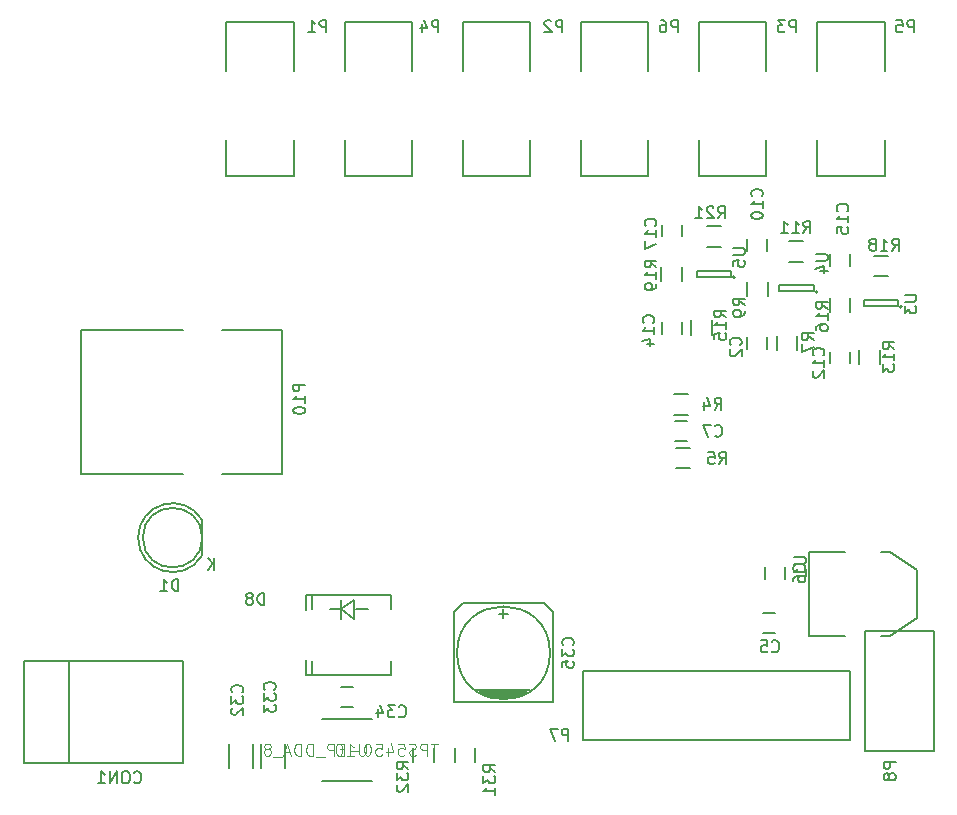
<source format=gbo>
G04 #@! TF.FileFunction,Legend,Bot*
%FSLAX46Y46*%
G04 Gerber Fmt 4.6, Leading zero omitted, Abs format (unit mm)*
G04 Created by KiCad (PCBNEW 4.0.1-stable) date 17.05.2016 13:35:17*
%MOMM*%
G01*
G04 APERTURE LIST*
%ADD10C,0.100000*%
%ADD11C,0.150000*%
%ADD12C,0.152400*%
%ADD13C,0.050000*%
G04 APERTURE END LIST*
D10*
D11*
X90638000Y-112068000D02*
X89876000Y-112068000D01*
X89876000Y-112068000D02*
X89876000Y-103432000D01*
X89876000Y-103432000D02*
X90638000Y-103432000D01*
X93686000Y-112068000D02*
X93686000Y-103432000D01*
X103338000Y-112068000D02*
X103338000Y-103432000D01*
X90638000Y-103432000D02*
X103338000Y-103432000D01*
X90638000Y-112068000D02*
X103338000Y-112068000D01*
X164250000Y-73450000D02*
G75*
G03X164250000Y-73450000I-100000J0D01*
G01*
X163900000Y-72900000D02*
X163900000Y-73400000D01*
X161000000Y-72900000D02*
X163900000Y-72900000D01*
X161000000Y-73400000D02*
X161000000Y-72900000D01*
X163900000Y-73400000D02*
X161000000Y-73400000D01*
X103398980Y-87616000D02*
X94762980Y-87616000D01*
X111780980Y-87616000D02*
X106700980Y-87616000D01*
X103398980Y-75424000D02*
X94762980Y-75424000D01*
X111780980Y-75424000D02*
X106700980Y-75424000D01*
X94762980Y-75424000D02*
X94762980Y-87616000D01*
X111780980Y-87616000D02*
X111780980Y-75424000D01*
X132760000Y-62350000D02*
X132760000Y-59300000D01*
X127040000Y-62350000D02*
X127040000Y-59300000D01*
X127040000Y-62350000D02*
X132760000Y-62350000D01*
X127040000Y-53500000D02*
X127040000Y-49336500D01*
X127040000Y-49336500D02*
X132760000Y-49336500D01*
X132760000Y-53500000D02*
X132760000Y-49336500D01*
X152760000Y-62350000D02*
X152760000Y-59300000D01*
X147040000Y-62350000D02*
X147040000Y-59300000D01*
X147040000Y-62350000D02*
X152760000Y-62350000D01*
X147040000Y-53500000D02*
X147040000Y-49336500D01*
X147040000Y-49336500D02*
X152760000Y-49336500D01*
X152760000Y-53500000D02*
X152760000Y-49336500D01*
X162760000Y-62350000D02*
X162760000Y-59300000D01*
X157040000Y-62350000D02*
X157040000Y-59300000D01*
X157040000Y-62350000D02*
X162760000Y-62350000D01*
X157040000Y-53500000D02*
X157040000Y-49336500D01*
X157040000Y-49336500D02*
X162760000Y-49336500D01*
X162760000Y-53500000D02*
X162760000Y-49336500D01*
X142760000Y-62350000D02*
X142760000Y-59300000D01*
X137040000Y-62350000D02*
X137040000Y-59300000D01*
X137040000Y-62350000D02*
X142760000Y-62350000D01*
X137040000Y-53500000D02*
X137040000Y-49336500D01*
X137040000Y-49336500D02*
X142760000Y-49336500D01*
X142760000Y-53500000D02*
X142760000Y-49336500D01*
X122760000Y-62350000D02*
X122760000Y-59300000D01*
X117040000Y-62350000D02*
X117040000Y-59300000D01*
X117040000Y-62350000D02*
X122760000Y-62350000D01*
X117040000Y-53500000D02*
X117040000Y-49336500D01*
X117040000Y-49336500D02*
X122760000Y-49336500D01*
X122760000Y-53500000D02*
X122760000Y-49336500D01*
X112760000Y-62350000D02*
X112760000Y-59300000D01*
X107040000Y-62350000D02*
X107040000Y-59300000D01*
X107040000Y-62350000D02*
X112760000Y-62350000D01*
X107040000Y-53500000D02*
X107040000Y-49336500D01*
X107040000Y-49336500D02*
X112760000Y-49336500D01*
X112760000Y-53500000D02*
X112760000Y-49336500D01*
X104964888Y-94524904D02*
G75*
G02X104980000Y-91500000I-2484888J1524904D01*
G01*
X104980000Y-94500000D02*
X104980000Y-91500000D01*
X104997936Y-93000000D02*
G75*
G03X104997936Y-93000000I-2517936J0D01*
G01*
X151150000Y-77000000D02*
X151150000Y-76000000D01*
X152850000Y-76000000D02*
X152850000Y-77000000D01*
X153500000Y-101100000D02*
X152500000Y-101100000D01*
X152500000Y-99400000D02*
X153500000Y-99400000D01*
X146000000Y-84850000D02*
X145000000Y-84850000D01*
X145000000Y-83150000D02*
X146000000Y-83150000D01*
X151150000Y-68750000D02*
X151150000Y-67750000D01*
X152850000Y-67750000D02*
X152850000Y-68750000D01*
X158150000Y-78250000D02*
X158150000Y-77250000D01*
X159850000Y-77250000D02*
X159850000Y-78250000D01*
X143900000Y-75750000D02*
X143900000Y-74750000D01*
X145600000Y-74750000D02*
X145600000Y-75750000D01*
X158150000Y-70000000D02*
X158150000Y-69000000D01*
X159850000Y-69000000D02*
X159850000Y-70000000D01*
X143900000Y-67500000D02*
X143900000Y-66500000D01*
X145600000Y-66500000D02*
X145600000Y-67500000D01*
X146150000Y-80875000D02*
X144950000Y-80875000D01*
X144950000Y-82625000D02*
X146150000Y-82625000D01*
X146300000Y-85375000D02*
X145100000Y-85375000D01*
X145100000Y-87125000D02*
X146300000Y-87125000D01*
X155375000Y-77150000D02*
X155375000Y-75950000D01*
X153625000Y-75950000D02*
X153625000Y-77150000D01*
X152875000Y-72550000D02*
X152875000Y-71350000D01*
X151125000Y-71350000D02*
X151125000Y-72550000D01*
X154700000Y-69625000D02*
X155900000Y-69625000D01*
X155900000Y-67875000D02*
X154700000Y-67875000D01*
X162375000Y-78300000D02*
X162375000Y-77100000D01*
X160625000Y-77100000D02*
X160625000Y-78300000D01*
X148125000Y-75800000D02*
X148125000Y-74600000D01*
X146375000Y-74600000D02*
X146375000Y-75800000D01*
X159875000Y-73900000D02*
X159875000Y-72700000D01*
X158125000Y-72700000D02*
X158125000Y-73900000D01*
X161850000Y-70875000D02*
X163050000Y-70875000D01*
X163050000Y-69125000D02*
X161850000Y-69125000D01*
X145625000Y-71300000D02*
X145625000Y-70100000D01*
X143875000Y-70100000D02*
X143875000Y-71300000D01*
X147700000Y-68375000D02*
X148900000Y-68375000D01*
X148900000Y-66625000D02*
X147700000Y-66625000D01*
X159424000Y-101306000D02*
X156376000Y-101306000D01*
X156376000Y-101306000D02*
X156376000Y-94194000D01*
X156376000Y-94194000D02*
X159424000Y-94194000D01*
X162472000Y-101306000D02*
X163234000Y-101306000D01*
X163234000Y-101306000D02*
X165520000Y-99782000D01*
X165520000Y-99782000D02*
X165520000Y-95718000D01*
X165520000Y-95718000D02*
X163234000Y-94194000D01*
X163234000Y-94194000D02*
X162472000Y-94194000D01*
X157100000Y-72200000D02*
G75*
G03X157100000Y-72200000I-100000J0D01*
G01*
X156750000Y-71650000D02*
X156750000Y-72150000D01*
X153850000Y-71650000D02*
X156750000Y-71650000D01*
X153850000Y-72150000D02*
X153850000Y-71650000D01*
X156750000Y-72150000D02*
X153850000Y-72150000D01*
X150100000Y-70950000D02*
G75*
G03X150100000Y-70950000I-100000J0D01*
G01*
X149750000Y-70400000D02*
X149750000Y-70900000D01*
X146850000Y-70400000D02*
X149750000Y-70400000D01*
X146850000Y-70900000D02*
X146850000Y-70400000D01*
X149750000Y-70900000D02*
X146850000Y-70900000D01*
X138467000Y-110163000D02*
X137197000Y-110163000D01*
X137197000Y-110163000D02*
X137197000Y-104321000D01*
X137197000Y-104321000D02*
X138467000Y-104321000D01*
X158533000Y-110163000D02*
X159803000Y-110163000D01*
X158533000Y-104321000D02*
X159803000Y-104321000D01*
X159803000Y-110163000D02*
X159803000Y-104321000D01*
X138467000Y-104321000D02*
X158533000Y-104321000D01*
X158533000Y-110163000D02*
X138467000Y-110163000D01*
X161071000Y-100880000D02*
X161071000Y-111040000D01*
X166913000Y-111040000D02*
X166913000Y-100880000D01*
X166913000Y-100880000D02*
X161071000Y-100880000D01*
X166913000Y-111040000D02*
X161071000Y-111040000D01*
X107225000Y-112500000D02*
X107225000Y-110500000D01*
X109275000Y-110500000D02*
X109275000Y-112500000D01*
X109975000Y-112500000D02*
X109975000Y-110500000D01*
X112025000Y-110500000D02*
X112025000Y-112500000D01*
X117750000Y-107350000D02*
X116750000Y-107350000D01*
X116750000Y-105650000D02*
X117750000Y-105650000D01*
X116703320Y-99050360D02*
X115801620Y-99050360D01*
X118001260Y-99050360D02*
X118999480Y-99050360D01*
X114249820Y-97848940D02*
X114249820Y-99050360D01*
X114249820Y-104651060D02*
X114249820Y-103449640D01*
X120998460Y-97848940D02*
X120998460Y-99050360D01*
X120998460Y-104651060D02*
X120998460Y-103449640D01*
X113800100Y-97848940D02*
X113800100Y-99101160D01*
X113800100Y-104651060D02*
X113800100Y-103398840D01*
X116703320Y-99850460D02*
X116703320Y-98250260D01*
X117851400Y-98301060D02*
X117851400Y-99850460D01*
X116700780Y-99050360D02*
X117851400Y-98301060D01*
X116703320Y-99050360D02*
X117853940Y-99850460D01*
X113800100Y-97848940D02*
X120998460Y-97848940D01*
X113800100Y-104651060D02*
X120998460Y-104651060D01*
X126375000Y-110800000D02*
X126375000Y-112000000D01*
X128125000Y-112000000D02*
X128125000Y-110800000D01*
X124625000Y-112000000D02*
X124625000Y-110800000D01*
X122875000Y-110800000D02*
X122875000Y-112000000D01*
D12*
X115116400Y-108383800D02*
X119383600Y-108383800D01*
X119383600Y-113616200D02*
X115116400Y-113616200D01*
D11*
X131516000Y-106561200D02*
X129484000Y-106561200D01*
X129103000Y-106434200D02*
X131897000Y-106434200D01*
X132151000Y-106307200D02*
X128849000Y-106307200D01*
X128595000Y-106180200D02*
X132405000Y-106180200D01*
X128468000Y-106053200D02*
X132532000Y-106053200D01*
X132786000Y-105926200D02*
X128214000Y-105926200D01*
X134691000Y-106942200D02*
X126309000Y-106942200D01*
X126309000Y-106942200D02*
X126309000Y-99322200D01*
X126309000Y-99322200D02*
X127071000Y-98560200D01*
X127071000Y-98560200D02*
X133929000Y-98560200D01*
X133929000Y-98560200D02*
X134691000Y-99322200D01*
X134691000Y-99322200D02*
X134691000Y-106942200D01*
X130500000Y-99068200D02*
X130500000Y-99830200D01*
X130881000Y-99449200D02*
X130119000Y-99449200D01*
X134437000Y-102751200D02*
G75*
G03X134437000Y-102751200I-3937000J0D01*
G01*
X154350000Y-95500000D02*
X154350000Y-96500000D01*
X152650000Y-96500000D02*
X152650000Y-95500000D01*
X99218285Y-113695143D02*
X99265904Y-113742762D01*
X99408761Y-113790381D01*
X99503999Y-113790381D01*
X99646857Y-113742762D01*
X99742095Y-113647524D01*
X99789714Y-113552286D01*
X99837333Y-113361810D01*
X99837333Y-113218952D01*
X99789714Y-113028476D01*
X99742095Y-112933238D01*
X99646857Y-112838000D01*
X99503999Y-112790381D01*
X99408761Y-112790381D01*
X99265904Y-112838000D01*
X99218285Y-112885619D01*
X98599238Y-112790381D02*
X98408761Y-112790381D01*
X98313523Y-112838000D01*
X98218285Y-112933238D01*
X98170666Y-113123714D01*
X98170666Y-113457048D01*
X98218285Y-113647524D01*
X98313523Y-113742762D01*
X98408761Y-113790381D01*
X98599238Y-113790381D01*
X98694476Y-113742762D01*
X98789714Y-113647524D01*
X98837333Y-113457048D01*
X98837333Y-113123714D01*
X98789714Y-112933238D01*
X98694476Y-112838000D01*
X98599238Y-112790381D01*
X97742095Y-113790381D02*
X97742095Y-112790381D01*
X97170666Y-113790381D01*
X97170666Y-112790381D01*
X96170666Y-113790381D02*
X96742095Y-113790381D01*
X96456381Y-113790381D02*
X96456381Y-112790381D01*
X96551619Y-112933238D01*
X96646857Y-113028476D01*
X96742095Y-113076095D01*
X164452381Y-72438095D02*
X165261905Y-72438095D01*
X165357143Y-72485714D01*
X165404762Y-72533333D01*
X165452381Y-72628571D01*
X165452381Y-72819048D01*
X165404762Y-72914286D01*
X165357143Y-72961905D01*
X165261905Y-73009524D01*
X164452381Y-73009524D01*
X164452381Y-73390476D02*
X164452381Y-74009524D01*
X164833333Y-73676190D01*
X164833333Y-73819048D01*
X164880952Y-73914286D01*
X164928571Y-73961905D01*
X165023810Y-74009524D01*
X165261905Y-74009524D01*
X165357143Y-73961905D01*
X165404762Y-73914286D01*
X165452381Y-73819048D01*
X165452381Y-73533333D01*
X165404762Y-73438095D01*
X165357143Y-73390476D01*
X113702381Y-80035714D02*
X112702381Y-80035714D01*
X112702381Y-80416667D01*
X112750000Y-80511905D01*
X112797619Y-80559524D01*
X112892857Y-80607143D01*
X113035714Y-80607143D01*
X113130952Y-80559524D01*
X113178571Y-80511905D01*
X113226190Y-80416667D01*
X113226190Y-80035714D01*
X113702381Y-81559524D02*
X113702381Y-80988095D01*
X113702381Y-81273809D02*
X112702381Y-81273809D01*
X112845238Y-81178571D01*
X112940476Y-81083333D01*
X112988095Y-80988095D01*
X112702381Y-82178571D02*
X112702381Y-82273810D01*
X112750000Y-82369048D01*
X112797619Y-82416667D01*
X112892857Y-82464286D01*
X113083333Y-82511905D01*
X113321429Y-82511905D01*
X113511905Y-82464286D01*
X113607143Y-82416667D01*
X113654762Y-82369048D01*
X113702381Y-82273810D01*
X113702381Y-82178571D01*
X113654762Y-82083333D01*
X113607143Y-82035714D01*
X113511905Y-81988095D01*
X113321429Y-81940476D01*
X113083333Y-81940476D01*
X112892857Y-81988095D01*
X112797619Y-82035714D01*
X112750000Y-82083333D01*
X112702381Y-82178571D01*
X135488095Y-50202381D02*
X135488095Y-49202381D01*
X135107142Y-49202381D01*
X135011904Y-49250000D01*
X134964285Y-49297619D01*
X134916666Y-49392857D01*
X134916666Y-49535714D01*
X134964285Y-49630952D01*
X135011904Y-49678571D01*
X135107142Y-49726190D01*
X135488095Y-49726190D01*
X134535714Y-49297619D02*
X134488095Y-49250000D01*
X134392857Y-49202381D01*
X134154761Y-49202381D01*
X134059523Y-49250000D01*
X134011904Y-49297619D01*
X133964285Y-49392857D01*
X133964285Y-49488095D01*
X134011904Y-49630952D01*
X134583333Y-50202381D01*
X133964285Y-50202381D01*
X155238095Y-50202381D02*
X155238095Y-49202381D01*
X154857142Y-49202381D01*
X154761904Y-49250000D01*
X154714285Y-49297619D01*
X154666666Y-49392857D01*
X154666666Y-49535714D01*
X154714285Y-49630952D01*
X154761904Y-49678571D01*
X154857142Y-49726190D01*
X155238095Y-49726190D01*
X154333333Y-49202381D02*
X153714285Y-49202381D01*
X154047619Y-49583333D01*
X153904761Y-49583333D01*
X153809523Y-49630952D01*
X153761904Y-49678571D01*
X153714285Y-49773810D01*
X153714285Y-50011905D01*
X153761904Y-50107143D01*
X153809523Y-50154762D01*
X153904761Y-50202381D01*
X154190476Y-50202381D01*
X154285714Y-50154762D01*
X154333333Y-50107143D01*
X165238095Y-50202381D02*
X165238095Y-49202381D01*
X164857142Y-49202381D01*
X164761904Y-49250000D01*
X164714285Y-49297619D01*
X164666666Y-49392857D01*
X164666666Y-49535714D01*
X164714285Y-49630952D01*
X164761904Y-49678571D01*
X164857142Y-49726190D01*
X165238095Y-49726190D01*
X163761904Y-49202381D02*
X164238095Y-49202381D01*
X164285714Y-49678571D01*
X164238095Y-49630952D01*
X164142857Y-49583333D01*
X163904761Y-49583333D01*
X163809523Y-49630952D01*
X163761904Y-49678571D01*
X163714285Y-49773810D01*
X163714285Y-50011905D01*
X163761904Y-50107143D01*
X163809523Y-50154762D01*
X163904761Y-50202381D01*
X164142857Y-50202381D01*
X164238095Y-50154762D01*
X164285714Y-50107143D01*
X145238095Y-50202381D02*
X145238095Y-49202381D01*
X144857142Y-49202381D01*
X144761904Y-49250000D01*
X144714285Y-49297619D01*
X144666666Y-49392857D01*
X144666666Y-49535714D01*
X144714285Y-49630952D01*
X144761904Y-49678571D01*
X144857142Y-49726190D01*
X145238095Y-49726190D01*
X143809523Y-49202381D02*
X144000000Y-49202381D01*
X144095238Y-49250000D01*
X144142857Y-49297619D01*
X144238095Y-49440476D01*
X144285714Y-49630952D01*
X144285714Y-50011905D01*
X144238095Y-50107143D01*
X144190476Y-50154762D01*
X144095238Y-50202381D01*
X143904761Y-50202381D01*
X143809523Y-50154762D01*
X143761904Y-50107143D01*
X143714285Y-50011905D01*
X143714285Y-49773810D01*
X143761904Y-49678571D01*
X143809523Y-49630952D01*
X143904761Y-49583333D01*
X144095238Y-49583333D01*
X144190476Y-49630952D01*
X144238095Y-49678571D01*
X144285714Y-49773810D01*
X124988095Y-50202381D02*
X124988095Y-49202381D01*
X124607142Y-49202381D01*
X124511904Y-49250000D01*
X124464285Y-49297619D01*
X124416666Y-49392857D01*
X124416666Y-49535714D01*
X124464285Y-49630952D01*
X124511904Y-49678571D01*
X124607142Y-49726190D01*
X124988095Y-49726190D01*
X123559523Y-49535714D02*
X123559523Y-50202381D01*
X123797619Y-49154762D02*
X124035714Y-49869048D01*
X123416666Y-49869048D01*
X115488095Y-50202381D02*
X115488095Y-49202381D01*
X115107142Y-49202381D01*
X115011904Y-49250000D01*
X114964285Y-49297619D01*
X114916666Y-49392857D01*
X114916666Y-49535714D01*
X114964285Y-49630952D01*
X115011904Y-49678571D01*
X115107142Y-49726190D01*
X115488095Y-49726190D01*
X113964285Y-50202381D02*
X114535714Y-50202381D01*
X114250000Y-50202381D02*
X114250000Y-49202381D01*
X114345238Y-49345238D01*
X114440476Y-49440476D01*
X114535714Y-49488095D01*
X102964095Y-97516381D02*
X102964095Y-96516381D01*
X102726000Y-96516381D01*
X102583142Y-96564000D01*
X102487904Y-96659238D01*
X102440285Y-96754476D01*
X102392666Y-96944952D01*
X102392666Y-97087810D01*
X102440285Y-97278286D01*
X102487904Y-97373524D01*
X102583142Y-97468762D01*
X102726000Y-97516381D01*
X102964095Y-97516381D01*
X101440285Y-97516381D02*
X102011714Y-97516381D01*
X101726000Y-97516381D02*
X101726000Y-96516381D01*
X101821238Y-96659238D01*
X101916476Y-96754476D01*
X102011714Y-96802095D01*
X106011905Y-95702381D02*
X106011905Y-94702381D01*
X105440476Y-95702381D02*
X105869048Y-95130952D01*
X105440476Y-94702381D02*
X106011905Y-95273810D01*
X150557143Y-76683334D02*
X150604762Y-76635715D01*
X150652381Y-76492858D01*
X150652381Y-76397620D01*
X150604762Y-76254762D01*
X150509524Y-76159524D01*
X150414286Y-76111905D01*
X150223810Y-76064286D01*
X150080952Y-76064286D01*
X149890476Y-76111905D01*
X149795238Y-76159524D01*
X149700000Y-76254762D01*
X149652381Y-76397620D01*
X149652381Y-76492858D01*
X149700000Y-76635715D01*
X149747619Y-76683334D01*
X149747619Y-77064286D02*
X149700000Y-77111905D01*
X149652381Y-77207143D01*
X149652381Y-77445239D01*
X149700000Y-77540477D01*
X149747619Y-77588096D01*
X149842857Y-77635715D01*
X149938095Y-77635715D01*
X150080952Y-77588096D01*
X150652381Y-77016667D01*
X150652381Y-77635715D01*
X153216666Y-102607143D02*
X153264285Y-102654762D01*
X153407142Y-102702381D01*
X153502380Y-102702381D01*
X153645238Y-102654762D01*
X153740476Y-102559524D01*
X153788095Y-102464286D01*
X153835714Y-102273810D01*
X153835714Y-102130952D01*
X153788095Y-101940476D01*
X153740476Y-101845238D01*
X153645238Y-101750000D01*
X153502380Y-101702381D01*
X153407142Y-101702381D01*
X153264285Y-101750000D01*
X153216666Y-101797619D01*
X152311904Y-101702381D02*
X152788095Y-101702381D01*
X152835714Y-102178571D01*
X152788095Y-102130952D01*
X152692857Y-102083333D01*
X152454761Y-102083333D01*
X152359523Y-102130952D01*
X152311904Y-102178571D01*
X152264285Y-102273810D01*
X152264285Y-102511905D01*
X152311904Y-102607143D01*
X152359523Y-102654762D01*
X152454761Y-102702381D01*
X152692857Y-102702381D01*
X152788095Y-102654762D01*
X152835714Y-102607143D01*
X148416666Y-84357143D02*
X148464285Y-84404762D01*
X148607142Y-84452381D01*
X148702380Y-84452381D01*
X148845238Y-84404762D01*
X148940476Y-84309524D01*
X148988095Y-84214286D01*
X149035714Y-84023810D01*
X149035714Y-83880952D01*
X148988095Y-83690476D01*
X148940476Y-83595238D01*
X148845238Y-83500000D01*
X148702380Y-83452381D01*
X148607142Y-83452381D01*
X148464285Y-83500000D01*
X148416666Y-83547619D01*
X148083333Y-83452381D02*
X147416666Y-83452381D01*
X147845238Y-84452381D01*
X152357143Y-64107143D02*
X152404762Y-64059524D01*
X152452381Y-63916667D01*
X152452381Y-63821429D01*
X152404762Y-63678571D01*
X152309524Y-63583333D01*
X152214286Y-63535714D01*
X152023810Y-63488095D01*
X151880952Y-63488095D01*
X151690476Y-63535714D01*
X151595238Y-63583333D01*
X151500000Y-63678571D01*
X151452381Y-63821429D01*
X151452381Y-63916667D01*
X151500000Y-64059524D01*
X151547619Y-64107143D01*
X152452381Y-65059524D02*
X152452381Y-64488095D01*
X152452381Y-64773809D02*
X151452381Y-64773809D01*
X151595238Y-64678571D01*
X151690476Y-64583333D01*
X151738095Y-64488095D01*
X151452381Y-65678571D02*
X151452381Y-65773810D01*
X151500000Y-65869048D01*
X151547619Y-65916667D01*
X151642857Y-65964286D01*
X151833333Y-66011905D01*
X152071429Y-66011905D01*
X152261905Y-65964286D01*
X152357143Y-65916667D01*
X152404762Y-65869048D01*
X152452381Y-65773810D01*
X152452381Y-65678571D01*
X152404762Y-65583333D01*
X152357143Y-65535714D01*
X152261905Y-65488095D01*
X152071429Y-65440476D01*
X151833333Y-65440476D01*
X151642857Y-65488095D01*
X151547619Y-65535714D01*
X151500000Y-65583333D01*
X151452381Y-65678571D01*
X157582143Y-77557143D02*
X157629762Y-77509524D01*
X157677381Y-77366667D01*
X157677381Y-77271429D01*
X157629762Y-77128571D01*
X157534524Y-77033333D01*
X157439286Y-76985714D01*
X157248810Y-76938095D01*
X157105952Y-76938095D01*
X156915476Y-76985714D01*
X156820238Y-77033333D01*
X156725000Y-77128571D01*
X156677381Y-77271429D01*
X156677381Y-77366667D01*
X156725000Y-77509524D01*
X156772619Y-77557143D01*
X157677381Y-78509524D02*
X157677381Y-77938095D01*
X157677381Y-78223809D02*
X156677381Y-78223809D01*
X156820238Y-78128571D01*
X156915476Y-78033333D01*
X156963095Y-77938095D01*
X156772619Y-78890476D02*
X156725000Y-78938095D01*
X156677381Y-79033333D01*
X156677381Y-79271429D01*
X156725000Y-79366667D01*
X156772619Y-79414286D01*
X156867857Y-79461905D01*
X156963095Y-79461905D01*
X157105952Y-79414286D01*
X157677381Y-78842857D01*
X157677381Y-79461905D01*
X143182143Y-74807143D02*
X143229762Y-74759524D01*
X143277381Y-74616667D01*
X143277381Y-74521429D01*
X143229762Y-74378571D01*
X143134524Y-74283333D01*
X143039286Y-74235714D01*
X142848810Y-74188095D01*
X142705952Y-74188095D01*
X142515476Y-74235714D01*
X142420238Y-74283333D01*
X142325000Y-74378571D01*
X142277381Y-74521429D01*
X142277381Y-74616667D01*
X142325000Y-74759524D01*
X142372619Y-74807143D01*
X143277381Y-75759524D02*
X143277381Y-75188095D01*
X143277381Y-75473809D02*
X142277381Y-75473809D01*
X142420238Y-75378571D01*
X142515476Y-75283333D01*
X142563095Y-75188095D01*
X142610714Y-76616667D02*
X143277381Y-76616667D01*
X142229762Y-76378571D02*
X142944048Y-76140476D01*
X142944048Y-76759524D01*
X159607143Y-65357143D02*
X159654762Y-65309524D01*
X159702381Y-65166667D01*
X159702381Y-65071429D01*
X159654762Y-64928571D01*
X159559524Y-64833333D01*
X159464286Y-64785714D01*
X159273810Y-64738095D01*
X159130952Y-64738095D01*
X158940476Y-64785714D01*
X158845238Y-64833333D01*
X158750000Y-64928571D01*
X158702381Y-65071429D01*
X158702381Y-65166667D01*
X158750000Y-65309524D01*
X158797619Y-65357143D01*
X159702381Y-66309524D02*
X159702381Y-65738095D01*
X159702381Y-66023809D02*
X158702381Y-66023809D01*
X158845238Y-65928571D01*
X158940476Y-65833333D01*
X158988095Y-65738095D01*
X158702381Y-67214286D02*
X158702381Y-66738095D01*
X159178571Y-66690476D01*
X159130952Y-66738095D01*
X159083333Y-66833333D01*
X159083333Y-67071429D01*
X159130952Y-67166667D01*
X159178571Y-67214286D01*
X159273810Y-67261905D01*
X159511905Y-67261905D01*
X159607143Y-67214286D01*
X159654762Y-67166667D01*
X159702381Y-67071429D01*
X159702381Y-66833333D01*
X159654762Y-66738095D01*
X159607143Y-66690476D01*
X143357143Y-66607143D02*
X143404762Y-66559524D01*
X143452381Y-66416667D01*
X143452381Y-66321429D01*
X143404762Y-66178571D01*
X143309524Y-66083333D01*
X143214286Y-66035714D01*
X143023810Y-65988095D01*
X142880952Y-65988095D01*
X142690476Y-66035714D01*
X142595238Y-66083333D01*
X142500000Y-66178571D01*
X142452381Y-66321429D01*
X142452381Y-66416667D01*
X142500000Y-66559524D01*
X142547619Y-66607143D01*
X143452381Y-67559524D02*
X143452381Y-66988095D01*
X143452381Y-67273809D02*
X142452381Y-67273809D01*
X142595238Y-67178571D01*
X142690476Y-67083333D01*
X142738095Y-66988095D01*
X142452381Y-67892857D02*
X142452381Y-68559524D01*
X143452381Y-68130952D01*
X148366666Y-82152381D02*
X148700000Y-81676190D01*
X148938095Y-82152381D02*
X148938095Y-81152381D01*
X148557142Y-81152381D01*
X148461904Y-81200000D01*
X148414285Y-81247619D01*
X148366666Y-81342857D01*
X148366666Y-81485714D01*
X148414285Y-81580952D01*
X148461904Y-81628571D01*
X148557142Y-81676190D01*
X148938095Y-81676190D01*
X147509523Y-81485714D02*
X147509523Y-82152381D01*
X147747619Y-81104762D02*
X147985714Y-81819048D01*
X147366666Y-81819048D01*
X148756666Y-86757381D02*
X149090000Y-86281190D01*
X149328095Y-86757381D02*
X149328095Y-85757381D01*
X148947142Y-85757381D01*
X148851904Y-85805000D01*
X148804285Y-85852619D01*
X148756666Y-85947857D01*
X148756666Y-86090714D01*
X148804285Y-86185952D01*
X148851904Y-86233571D01*
X148947142Y-86281190D01*
X149328095Y-86281190D01*
X147851904Y-85757381D02*
X148328095Y-85757381D01*
X148375714Y-86233571D01*
X148328095Y-86185952D01*
X148232857Y-86138333D01*
X147994761Y-86138333D01*
X147899523Y-86185952D01*
X147851904Y-86233571D01*
X147804285Y-86328810D01*
X147804285Y-86566905D01*
X147851904Y-86662143D01*
X147899523Y-86709762D01*
X147994761Y-86757381D01*
X148232857Y-86757381D01*
X148328095Y-86709762D01*
X148375714Y-86662143D01*
X156752381Y-76283334D02*
X156276190Y-75950000D01*
X156752381Y-75711905D02*
X155752381Y-75711905D01*
X155752381Y-76092858D01*
X155800000Y-76188096D01*
X155847619Y-76235715D01*
X155942857Y-76283334D01*
X156085714Y-76283334D01*
X156180952Y-76235715D01*
X156228571Y-76188096D01*
X156276190Y-76092858D01*
X156276190Y-75711905D01*
X155752381Y-76616667D02*
X155752381Y-77283334D01*
X156752381Y-76854762D01*
X150952381Y-73333334D02*
X150476190Y-73000000D01*
X150952381Y-72761905D02*
X149952381Y-72761905D01*
X149952381Y-73142858D01*
X150000000Y-73238096D01*
X150047619Y-73285715D01*
X150142857Y-73333334D01*
X150285714Y-73333334D01*
X150380952Y-73285715D01*
X150428571Y-73238096D01*
X150476190Y-73142858D01*
X150476190Y-72761905D01*
X150952381Y-73809524D02*
X150952381Y-74000000D01*
X150904762Y-74095239D01*
X150857143Y-74142858D01*
X150714286Y-74238096D01*
X150523810Y-74285715D01*
X150142857Y-74285715D01*
X150047619Y-74238096D01*
X150000000Y-74190477D01*
X149952381Y-74095239D01*
X149952381Y-73904762D01*
X150000000Y-73809524D01*
X150047619Y-73761905D01*
X150142857Y-73714286D01*
X150380952Y-73714286D01*
X150476190Y-73761905D01*
X150523810Y-73809524D01*
X150571429Y-73904762D01*
X150571429Y-74095239D01*
X150523810Y-74190477D01*
X150476190Y-74238096D01*
X150380952Y-74285715D01*
X155892857Y-67202381D02*
X156226191Y-66726190D01*
X156464286Y-67202381D02*
X156464286Y-66202381D01*
X156083333Y-66202381D01*
X155988095Y-66250000D01*
X155940476Y-66297619D01*
X155892857Y-66392857D01*
X155892857Y-66535714D01*
X155940476Y-66630952D01*
X155988095Y-66678571D01*
X156083333Y-66726190D01*
X156464286Y-66726190D01*
X154940476Y-67202381D02*
X155511905Y-67202381D01*
X155226191Y-67202381D02*
X155226191Y-66202381D01*
X155321429Y-66345238D01*
X155416667Y-66440476D01*
X155511905Y-66488095D01*
X153988095Y-67202381D02*
X154559524Y-67202381D01*
X154273810Y-67202381D02*
X154273810Y-66202381D01*
X154369048Y-66345238D01*
X154464286Y-66440476D01*
X154559524Y-66488095D01*
X163602381Y-77032143D02*
X163126190Y-76698809D01*
X163602381Y-76460714D02*
X162602381Y-76460714D01*
X162602381Y-76841667D01*
X162650000Y-76936905D01*
X162697619Y-76984524D01*
X162792857Y-77032143D01*
X162935714Y-77032143D01*
X163030952Y-76984524D01*
X163078571Y-76936905D01*
X163126190Y-76841667D01*
X163126190Y-76460714D01*
X163602381Y-77984524D02*
X163602381Y-77413095D01*
X163602381Y-77698809D02*
X162602381Y-77698809D01*
X162745238Y-77603571D01*
X162840476Y-77508333D01*
X162888095Y-77413095D01*
X162602381Y-78317857D02*
X162602381Y-78936905D01*
X162983333Y-78603571D01*
X162983333Y-78746429D01*
X163030952Y-78841667D01*
X163078571Y-78889286D01*
X163173810Y-78936905D01*
X163411905Y-78936905D01*
X163507143Y-78889286D01*
X163554762Y-78841667D01*
X163602381Y-78746429D01*
X163602381Y-78460714D01*
X163554762Y-78365476D01*
X163507143Y-78317857D01*
X149352381Y-74357143D02*
X148876190Y-74023809D01*
X149352381Y-73785714D02*
X148352381Y-73785714D01*
X148352381Y-74166667D01*
X148400000Y-74261905D01*
X148447619Y-74309524D01*
X148542857Y-74357143D01*
X148685714Y-74357143D01*
X148780952Y-74309524D01*
X148828571Y-74261905D01*
X148876190Y-74166667D01*
X148876190Y-73785714D01*
X149352381Y-75309524D02*
X149352381Y-74738095D01*
X149352381Y-75023809D02*
X148352381Y-75023809D01*
X148495238Y-74928571D01*
X148590476Y-74833333D01*
X148638095Y-74738095D01*
X148352381Y-76214286D02*
X148352381Y-75738095D01*
X148828571Y-75690476D01*
X148780952Y-75738095D01*
X148733333Y-75833333D01*
X148733333Y-76071429D01*
X148780952Y-76166667D01*
X148828571Y-76214286D01*
X148923810Y-76261905D01*
X149161905Y-76261905D01*
X149257143Y-76214286D01*
X149304762Y-76166667D01*
X149352381Y-76071429D01*
X149352381Y-75833333D01*
X149304762Y-75738095D01*
X149257143Y-75690476D01*
X157952381Y-73607143D02*
X157476190Y-73273809D01*
X157952381Y-73035714D02*
X156952381Y-73035714D01*
X156952381Y-73416667D01*
X157000000Y-73511905D01*
X157047619Y-73559524D01*
X157142857Y-73607143D01*
X157285714Y-73607143D01*
X157380952Y-73559524D01*
X157428571Y-73511905D01*
X157476190Y-73416667D01*
X157476190Y-73035714D01*
X157952381Y-74559524D02*
X157952381Y-73988095D01*
X157952381Y-74273809D02*
X156952381Y-74273809D01*
X157095238Y-74178571D01*
X157190476Y-74083333D01*
X157238095Y-73988095D01*
X156952381Y-75416667D02*
X156952381Y-75226190D01*
X157000000Y-75130952D01*
X157047619Y-75083333D01*
X157190476Y-74988095D01*
X157380952Y-74940476D01*
X157761905Y-74940476D01*
X157857143Y-74988095D01*
X157904762Y-75035714D01*
X157952381Y-75130952D01*
X157952381Y-75321429D01*
X157904762Y-75416667D01*
X157857143Y-75464286D01*
X157761905Y-75511905D01*
X157523810Y-75511905D01*
X157428571Y-75464286D01*
X157380952Y-75416667D01*
X157333333Y-75321429D01*
X157333333Y-75130952D01*
X157380952Y-75035714D01*
X157428571Y-74988095D01*
X157523810Y-74940476D01*
X163392857Y-68702381D02*
X163726191Y-68226190D01*
X163964286Y-68702381D02*
X163964286Y-67702381D01*
X163583333Y-67702381D01*
X163488095Y-67750000D01*
X163440476Y-67797619D01*
X163392857Y-67892857D01*
X163392857Y-68035714D01*
X163440476Y-68130952D01*
X163488095Y-68178571D01*
X163583333Y-68226190D01*
X163964286Y-68226190D01*
X162440476Y-68702381D02*
X163011905Y-68702381D01*
X162726191Y-68702381D02*
X162726191Y-67702381D01*
X162821429Y-67845238D01*
X162916667Y-67940476D01*
X163011905Y-67988095D01*
X161869048Y-68130952D02*
X161964286Y-68083333D01*
X162011905Y-68035714D01*
X162059524Y-67940476D01*
X162059524Y-67892857D01*
X162011905Y-67797619D01*
X161964286Y-67750000D01*
X161869048Y-67702381D01*
X161678571Y-67702381D01*
X161583333Y-67750000D01*
X161535714Y-67797619D01*
X161488095Y-67892857D01*
X161488095Y-67940476D01*
X161535714Y-68035714D01*
X161583333Y-68083333D01*
X161678571Y-68130952D01*
X161869048Y-68130952D01*
X161964286Y-68178571D01*
X162011905Y-68226190D01*
X162059524Y-68321429D01*
X162059524Y-68511905D01*
X162011905Y-68607143D01*
X161964286Y-68654762D01*
X161869048Y-68702381D01*
X161678571Y-68702381D01*
X161583333Y-68654762D01*
X161535714Y-68607143D01*
X161488095Y-68511905D01*
X161488095Y-68321429D01*
X161535714Y-68226190D01*
X161583333Y-68178571D01*
X161678571Y-68130952D01*
X143452381Y-70107143D02*
X142976190Y-69773809D01*
X143452381Y-69535714D02*
X142452381Y-69535714D01*
X142452381Y-69916667D01*
X142500000Y-70011905D01*
X142547619Y-70059524D01*
X142642857Y-70107143D01*
X142785714Y-70107143D01*
X142880952Y-70059524D01*
X142928571Y-70011905D01*
X142976190Y-69916667D01*
X142976190Y-69535714D01*
X143452381Y-71059524D02*
X143452381Y-70488095D01*
X143452381Y-70773809D02*
X142452381Y-70773809D01*
X142595238Y-70678571D01*
X142690476Y-70583333D01*
X142738095Y-70488095D01*
X143452381Y-71535714D02*
X143452381Y-71726190D01*
X143404762Y-71821429D01*
X143357143Y-71869048D01*
X143214286Y-71964286D01*
X143023810Y-72011905D01*
X142642857Y-72011905D01*
X142547619Y-71964286D01*
X142500000Y-71916667D01*
X142452381Y-71821429D01*
X142452381Y-71630952D01*
X142500000Y-71535714D01*
X142547619Y-71488095D01*
X142642857Y-71440476D01*
X142880952Y-71440476D01*
X142976190Y-71488095D01*
X143023810Y-71535714D01*
X143071429Y-71630952D01*
X143071429Y-71821429D01*
X143023810Y-71916667D01*
X142976190Y-71964286D01*
X142880952Y-72011905D01*
X148642857Y-65952381D02*
X148976191Y-65476190D01*
X149214286Y-65952381D02*
X149214286Y-64952381D01*
X148833333Y-64952381D01*
X148738095Y-65000000D01*
X148690476Y-65047619D01*
X148642857Y-65142857D01*
X148642857Y-65285714D01*
X148690476Y-65380952D01*
X148738095Y-65428571D01*
X148833333Y-65476190D01*
X149214286Y-65476190D01*
X148261905Y-65047619D02*
X148214286Y-65000000D01*
X148119048Y-64952381D01*
X147880952Y-64952381D01*
X147785714Y-65000000D01*
X147738095Y-65047619D01*
X147690476Y-65142857D01*
X147690476Y-65238095D01*
X147738095Y-65380952D01*
X148309524Y-65952381D01*
X147690476Y-65952381D01*
X146738095Y-65952381D02*
X147309524Y-65952381D01*
X147023810Y-65952381D02*
X147023810Y-64952381D01*
X147119048Y-65095238D01*
X147214286Y-65190476D01*
X147309524Y-65238095D01*
X155100381Y-94638095D02*
X155909905Y-94638095D01*
X156005143Y-94685714D01*
X156052762Y-94733333D01*
X156100381Y-94828571D01*
X156100381Y-95019048D01*
X156052762Y-95114286D01*
X156005143Y-95161905D01*
X155909905Y-95209524D01*
X155100381Y-95209524D01*
X156100381Y-96209524D02*
X156100381Y-95638095D01*
X156100381Y-95923809D02*
X155100381Y-95923809D01*
X155243238Y-95828571D01*
X155338476Y-95733333D01*
X155386095Y-95638095D01*
X156952381Y-68988095D02*
X157761905Y-68988095D01*
X157857143Y-69035714D01*
X157904762Y-69083333D01*
X157952381Y-69178571D01*
X157952381Y-69369048D01*
X157904762Y-69464286D01*
X157857143Y-69511905D01*
X157761905Y-69559524D01*
X156952381Y-69559524D01*
X157285714Y-70464286D02*
X157952381Y-70464286D01*
X156904762Y-70226190D02*
X157619048Y-69988095D01*
X157619048Y-70607143D01*
X149952381Y-68488095D02*
X150761905Y-68488095D01*
X150857143Y-68535714D01*
X150904762Y-68583333D01*
X150952381Y-68678571D01*
X150952381Y-68869048D01*
X150904762Y-68964286D01*
X150857143Y-69011905D01*
X150761905Y-69059524D01*
X149952381Y-69059524D01*
X149952381Y-70011905D02*
X149952381Y-69535714D01*
X150428571Y-69488095D01*
X150380952Y-69535714D01*
X150333333Y-69630952D01*
X150333333Y-69869048D01*
X150380952Y-69964286D01*
X150428571Y-70011905D01*
X150523810Y-70059524D01*
X150761905Y-70059524D01*
X150857143Y-70011905D01*
X150904762Y-69964286D01*
X150952381Y-69869048D01*
X150952381Y-69630952D01*
X150904762Y-69535714D01*
X150857143Y-69488095D01*
X135995095Y-110192381D02*
X135995095Y-109192381D01*
X135614142Y-109192381D01*
X135518904Y-109240000D01*
X135471285Y-109287619D01*
X135423666Y-109382857D01*
X135423666Y-109525714D01*
X135471285Y-109620952D01*
X135518904Y-109668571D01*
X135614142Y-109716190D01*
X135995095Y-109716190D01*
X135090333Y-109192381D02*
X134423666Y-109192381D01*
X134852238Y-110192381D01*
X163702381Y-112011905D02*
X162702381Y-112011905D01*
X162702381Y-112392858D01*
X162750000Y-112488096D01*
X162797619Y-112535715D01*
X162892857Y-112583334D01*
X163035714Y-112583334D01*
X163130952Y-112535715D01*
X163178571Y-112488096D01*
X163226190Y-112392858D01*
X163226190Y-112011905D01*
X163130952Y-113154762D02*
X163083333Y-113059524D01*
X163035714Y-113011905D01*
X162940476Y-112964286D01*
X162892857Y-112964286D01*
X162797619Y-113011905D01*
X162750000Y-113059524D01*
X162702381Y-113154762D01*
X162702381Y-113345239D01*
X162750000Y-113440477D01*
X162797619Y-113488096D01*
X162892857Y-113535715D01*
X162940476Y-113535715D01*
X163035714Y-113488096D01*
X163083333Y-113440477D01*
X163130952Y-113345239D01*
X163130952Y-113154762D01*
X163178571Y-113059524D01*
X163226190Y-113011905D01*
X163321429Y-112964286D01*
X163511905Y-112964286D01*
X163607143Y-113011905D01*
X163654762Y-113059524D01*
X163702381Y-113154762D01*
X163702381Y-113345239D01*
X163654762Y-113440477D01*
X163607143Y-113488096D01*
X163511905Y-113535715D01*
X163321429Y-113535715D01*
X163226190Y-113488096D01*
X163178571Y-113440477D01*
X163130952Y-113345239D01*
X108357143Y-106107143D02*
X108404762Y-106059524D01*
X108452381Y-105916667D01*
X108452381Y-105821429D01*
X108404762Y-105678571D01*
X108309524Y-105583333D01*
X108214286Y-105535714D01*
X108023810Y-105488095D01*
X107880952Y-105488095D01*
X107690476Y-105535714D01*
X107595238Y-105583333D01*
X107500000Y-105678571D01*
X107452381Y-105821429D01*
X107452381Y-105916667D01*
X107500000Y-106059524D01*
X107547619Y-106107143D01*
X107452381Y-106440476D02*
X107452381Y-107059524D01*
X107833333Y-106726190D01*
X107833333Y-106869048D01*
X107880952Y-106964286D01*
X107928571Y-107011905D01*
X108023810Y-107059524D01*
X108261905Y-107059524D01*
X108357143Y-107011905D01*
X108404762Y-106964286D01*
X108452381Y-106869048D01*
X108452381Y-106583333D01*
X108404762Y-106488095D01*
X108357143Y-106440476D01*
X107547619Y-107440476D02*
X107500000Y-107488095D01*
X107452381Y-107583333D01*
X107452381Y-107821429D01*
X107500000Y-107916667D01*
X107547619Y-107964286D01*
X107642857Y-108011905D01*
X107738095Y-108011905D01*
X107880952Y-107964286D01*
X108452381Y-107392857D01*
X108452381Y-108011905D01*
X111107143Y-105857143D02*
X111154762Y-105809524D01*
X111202381Y-105666667D01*
X111202381Y-105571429D01*
X111154762Y-105428571D01*
X111059524Y-105333333D01*
X110964286Y-105285714D01*
X110773810Y-105238095D01*
X110630952Y-105238095D01*
X110440476Y-105285714D01*
X110345238Y-105333333D01*
X110250000Y-105428571D01*
X110202381Y-105571429D01*
X110202381Y-105666667D01*
X110250000Y-105809524D01*
X110297619Y-105857143D01*
X110202381Y-106190476D02*
X110202381Y-106809524D01*
X110583333Y-106476190D01*
X110583333Y-106619048D01*
X110630952Y-106714286D01*
X110678571Y-106761905D01*
X110773810Y-106809524D01*
X111011905Y-106809524D01*
X111107143Y-106761905D01*
X111154762Y-106714286D01*
X111202381Y-106619048D01*
X111202381Y-106333333D01*
X111154762Y-106238095D01*
X111107143Y-106190476D01*
X110202381Y-107142857D02*
X110202381Y-107761905D01*
X110583333Y-107428571D01*
X110583333Y-107571429D01*
X110630952Y-107666667D01*
X110678571Y-107714286D01*
X110773810Y-107761905D01*
X111011905Y-107761905D01*
X111107143Y-107714286D01*
X111154762Y-107666667D01*
X111202381Y-107571429D01*
X111202381Y-107285714D01*
X111154762Y-107190476D01*
X111107143Y-107142857D01*
X121642857Y-108107143D02*
X121690476Y-108154762D01*
X121833333Y-108202381D01*
X121928571Y-108202381D01*
X122071429Y-108154762D01*
X122166667Y-108059524D01*
X122214286Y-107964286D01*
X122261905Y-107773810D01*
X122261905Y-107630952D01*
X122214286Y-107440476D01*
X122166667Y-107345238D01*
X122071429Y-107250000D01*
X121928571Y-107202381D01*
X121833333Y-107202381D01*
X121690476Y-107250000D01*
X121642857Y-107297619D01*
X121309524Y-107202381D02*
X120690476Y-107202381D01*
X121023810Y-107583333D01*
X120880952Y-107583333D01*
X120785714Y-107630952D01*
X120738095Y-107678571D01*
X120690476Y-107773810D01*
X120690476Y-108011905D01*
X120738095Y-108107143D01*
X120785714Y-108154762D01*
X120880952Y-108202381D01*
X121166667Y-108202381D01*
X121261905Y-108154762D01*
X121309524Y-108107143D01*
X119833333Y-107535714D02*
X119833333Y-108202381D01*
X120071429Y-107154762D02*
X120309524Y-107869048D01*
X119690476Y-107869048D01*
X110238095Y-98702381D02*
X110238095Y-97702381D01*
X110000000Y-97702381D01*
X109857142Y-97750000D01*
X109761904Y-97845238D01*
X109714285Y-97940476D01*
X109666666Y-98130952D01*
X109666666Y-98273810D01*
X109714285Y-98464286D01*
X109761904Y-98559524D01*
X109857142Y-98654762D01*
X110000000Y-98702381D01*
X110238095Y-98702381D01*
X109095238Y-98130952D02*
X109190476Y-98083333D01*
X109238095Y-98035714D01*
X109285714Y-97940476D01*
X109285714Y-97892857D01*
X109238095Y-97797619D01*
X109190476Y-97750000D01*
X109095238Y-97702381D01*
X108904761Y-97702381D01*
X108809523Y-97750000D01*
X108761904Y-97797619D01*
X108714285Y-97892857D01*
X108714285Y-97940476D01*
X108761904Y-98035714D01*
X108809523Y-98083333D01*
X108904761Y-98130952D01*
X109095238Y-98130952D01*
X109190476Y-98178571D01*
X109238095Y-98226190D01*
X109285714Y-98321429D01*
X109285714Y-98511905D01*
X109238095Y-98607143D01*
X109190476Y-98654762D01*
X109095238Y-98702381D01*
X108904761Y-98702381D01*
X108809523Y-98654762D01*
X108761904Y-98607143D01*
X108714285Y-98511905D01*
X108714285Y-98321429D01*
X108761904Y-98226190D01*
X108809523Y-98178571D01*
X108904761Y-98130952D01*
X129802381Y-112857143D02*
X129326190Y-112523809D01*
X129802381Y-112285714D02*
X128802381Y-112285714D01*
X128802381Y-112666667D01*
X128850000Y-112761905D01*
X128897619Y-112809524D01*
X128992857Y-112857143D01*
X129135714Y-112857143D01*
X129230952Y-112809524D01*
X129278571Y-112761905D01*
X129326190Y-112666667D01*
X129326190Y-112285714D01*
X128802381Y-113190476D02*
X128802381Y-113809524D01*
X129183333Y-113476190D01*
X129183333Y-113619048D01*
X129230952Y-113714286D01*
X129278571Y-113761905D01*
X129373810Y-113809524D01*
X129611905Y-113809524D01*
X129707143Y-113761905D01*
X129754762Y-113714286D01*
X129802381Y-113619048D01*
X129802381Y-113333333D01*
X129754762Y-113238095D01*
X129707143Y-113190476D01*
X129802381Y-114761905D02*
X129802381Y-114190476D01*
X129802381Y-114476190D02*
X128802381Y-114476190D01*
X128945238Y-114380952D01*
X129040476Y-114285714D01*
X129088095Y-114190476D01*
X122452381Y-112607143D02*
X121976190Y-112273809D01*
X122452381Y-112035714D02*
X121452381Y-112035714D01*
X121452381Y-112416667D01*
X121500000Y-112511905D01*
X121547619Y-112559524D01*
X121642857Y-112607143D01*
X121785714Y-112607143D01*
X121880952Y-112559524D01*
X121928571Y-112511905D01*
X121976190Y-112416667D01*
X121976190Y-112035714D01*
X121452381Y-112940476D02*
X121452381Y-113559524D01*
X121833333Y-113226190D01*
X121833333Y-113369048D01*
X121880952Y-113464286D01*
X121928571Y-113511905D01*
X122023810Y-113559524D01*
X122261905Y-113559524D01*
X122357143Y-113511905D01*
X122404762Y-113464286D01*
X122452381Y-113369048D01*
X122452381Y-113083333D01*
X122404762Y-112988095D01*
X122357143Y-112940476D01*
X121547619Y-113940476D02*
X121500000Y-113988095D01*
X121452381Y-114083333D01*
X121452381Y-114321429D01*
X121500000Y-114416667D01*
X121547619Y-114464286D01*
X121642857Y-114511905D01*
X121738095Y-114511905D01*
X121880952Y-114464286D01*
X122452381Y-113892857D01*
X122452381Y-114511905D01*
D13*
X118818295Y-110452381D02*
X118818295Y-111261905D01*
X118770676Y-111357143D01*
X118723057Y-111404762D01*
X118627819Y-111452381D01*
X118437342Y-111452381D01*
X118342104Y-111404762D01*
X118294485Y-111357143D01*
X118246866Y-111261905D01*
X118246866Y-110452381D01*
X117246866Y-111452381D02*
X117818295Y-111452381D01*
X117532581Y-111452381D02*
X117532581Y-110452381D01*
X117627819Y-110595238D01*
X117723057Y-110690476D01*
X117818295Y-110738095D01*
X116627819Y-110452381D02*
X116532580Y-110452381D01*
X116437342Y-110500000D01*
X116389723Y-110547619D01*
X116342104Y-110642857D01*
X116294485Y-110833333D01*
X116294485Y-111071429D01*
X116342104Y-111261905D01*
X116389723Y-111357143D01*
X116437342Y-111404762D01*
X116532580Y-111452381D01*
X116627819Y-111452381D01*
X116723057Y-111404762D01*
X116770676Y-111357143D01*
X116818295Y-111261905D01*
X116865914Y-111071429D01*
X116865914Y-110833333D01*
X116818295Y-110642857D01*
X116770676Y-110547619D01*
X116723057Y-110500000D01*
X116627819Y-110452381D01*
X124934162Y-110452381D02*
X124362733Y-110452381D01*
X124648448Y-111452381D02*
X124648448Y-110452381D01*
X124029400Y-111452381D02*
X124029400Y-110452381D01*
X123648447Y-110452381D01*
X123553209Y-110500000D01*
X123505590Y-110547619D01*
X123457971Y-110642857D01*
X123457971Y-110785714D01*
X123505590Y-110880952D01*
X123553209Y-110928571D01*
X123648447Y-110976190D01*
X124029400Y-110976190D01*
X123077019Y-111404762D02*
X122934162Y-111452381D01*
X122696066Y-111452381D01*
X122600828Y-111404762D01*
X122553209Y-111357143D01*
X122505590Y-111261905D01*
X122505590Y-111166667D01*
X122553209Y-111071429D01*
X122600828Y-111023810D01*
X122696066Y-110976190D01*
X122886543Y-110928571D01*
X122981781Y-110880952D01*
X123029400Y-110833333D01*
X123077019Y-110738095D01*
X123077019Y-110642857D01*
X123029400Y-110547619D01*
X122981781Y-110500000D01*
X122886543Y-110452381D01*
X122648447Y-110452381D01*
X122505590Y-110500000D01*
X121600828Y-110452381D02*
X122077019Y-110452381D01*
X122124638Y-110928571D01*
X122077019Y-110880952D01*
X121981781Y-110833333D01*
X121743685Y-110833333D01*
X121648447Y-110880952D01*
X121600828Y-110928571D01*
X121553209Y-111023810D01*
X121553209Y-111261905D01*
X121600828Y-111357143D01*
X121648447Y-111404762D01*
X121743685Y-111452381D01*
X121981781Y-111452381D01*
X122077019Y-111404762D01*
X122124638Y-111357143D01*
X120696066Y-110785714D02*
X120696066Y-111452381D01*
X120934162Y-110404762D02*
X121172257Y-111119048D01*
X120553209Y-111119048D01*
X119696066Y-110452381D02*
X120172257Y-110452381D01*
X120219876Y-110928571D01*
X120172257Y-110880952D01*
X120077019Y-110833333D01*
X119838923Y-110833333D01*
X119743685Y-110880952D01*
X119696066Y-110928571D01*
X119648447Y-111023810D01*
X119648447Y-111261905D01*
X119696066Y-111357143D01*
X119743685Y-111404762D01*
X119838923Y-111452381D01*
X120077019Y-111452381D01*
X120172257Y-111404762D01*
X120219876Y-111357143D01*
X119029400Y-110452381D02*
X118934161Y-110452381D01*
X118838923Y-110500000D01*
X118791304Y-110547619D01*
X118743685Y-110642857D01*
X118696066Y-110833333D01*
X118696066Y-111071429D01*
X118743685Y-111261905D01*
X118791304Y-111357143D01*
X118838923Y-111404762D01*
X118934161Y-111452381D01*
X119029400Y-111452381D01*
X119124638Y-111404762D01*
X119172257Y-111357143D01*
X119219876Y-111261905D01*
X119267495Y-111071429D01*
X119267495Y-110833333D01*
X119219876Y-110642857D01*
X119172257Y-110547619D01*
X119124638Y-110500000D01*
X119029400Y-110452381D01*
X118267495Y-111071429D02*
X117505590Y-111071429D01*
X117029400Y-110928571D02*
X116696066Y-110928571D01*
X116553209Y-111452381D02*
X117029400Y-111452381D01*
X117029400Y-110452381D01*
X116553209Y-110452381D01*
X116124638Y-111452381D02*
X116124638Y-110452381D01*
X115743685Y-110452381D01*
X115648447Y-110500000D01*
X115600828Y-110547619D01*
X115553209Y-110642857D01*
X115553209Y-110785714D01*
X115600828Y-110880952D01*
X115648447Y-110928571D01*
X115743685Y-110976190D01*
X116124638Y-110976190D01*
X115362733Y-111547619D02*
X114600828Y-111547619D01*
X114362733Y-111452381D02*
X114362733Y-110452381D01*
X114124638Y-110452381D01*
X113981780Y-110500000D01*
X113886542Y-110595238D01*
X113838923Y-110690476D01*
X113791304Y-110880952D01*
X113791304Y-111023810D01*
X113838923Y-111214286D01*
X113886542Y-111309524D01*
X113981780Y-111404762D01*
X114124638Y-111452381D01*
X114362733Y-111452381D01*
X113362733Y-111452381D02*
X113362733Y-110452381D01*
X113124638Y-110452381D01*
X112981780Y-110500000D01*
X112886542Y-110595238D01*
X112838923Y-110690476D01*
X112791304Y-110880952D01*
X112791304Y-111023810D01*
X112838923Y-111214286D01*
X112886542Y-111309524D01*
X112981780Y-111404762D01*
X113124638Y-111452381D01*
X113362733Y-111452381D01*
X112410352Y-111166667D02*
X111934161Y-111166667D01*
X112505590Y-111452381D02*
X112172257Y-110452381D01*
X111838923Y-111452381D01*
X111743685Y-111547619D02*
X110981780Y-111547619D01*
X110600828Y-110880952D02*
X110696066Y-110833333D01*
X110743685Y-110785714D01*
X110791304Y-110690476D01*
X110791304Y-110642857D01*
X110743685Y-110547619D01*
X110696066Y-110500000D01*
X110600828Y-110452381D01*
X110410351Y-110452381D01*
X110315113Y-110500000D01*
X110267494Y-110547619D01*
X110219875Y-110642857D01*
X110219875Y-110690476D01*
X110267494Y-110785714D01*
X110315113Y-110833333D01*
X110410351Y-110880952D01*
X110600828Y-110880952D01*
X110696066Y-110928571D01*
X110743685Y-110976190D01*
X110791304Y-111071429D01*
X110791304Y-111261905D01*
X110743685Y-111357143D01*
X110696066Y-111404762D01*
X110600828Y-111452381D01*
X110410351Y-111452381D01*
X110315113Y-111404762D01*
X110267494Y-111357143D01*
X110219875Y-111261905D01*
X110219875Y-111071429D01*
X110267494Y-110976190D01*
X110315113Y-110928571D01*
X110410351Y-110880952D01*
D11*
X136357143Y-102107143D02*
X136404762Y-102059524D01*
X136452381Y-101916667D01*
X136452381Y-101821429D01*
X136404762Y-101678571D01*
X136309524Y-101583333D01*
X136214286Y-101535714D01*
X136023810Y-101488095D01*
X135880952Y-101488095D01*
X135690476Y-101535714D01*
X135595238Y-101583333D01*
X135500000Y-101678571D01*
X135452381Y-101821429D01*
X135452381Y-101916667D01*
X135500000Y-102059524D01*
X135547619Y-102107143D01*
X135452381Y-102440476D02*
X135452381Y-103059524D01*
X135833333Y-102726190D01*
X135833333Y-102869048D01*
X135880952Y-102964286D01*
X135928571Y-103011905D01*
X136023810Y-103059524D01*
X136261905Y-103059524D01*
X136357143Y-103011905D01*
X136404762Y-102964286D01*
X136452381Y-102869048D01*
X136452381Y-102583333D01*
X136404762Y-102488095D01*
X136357143Y-102440476D01*
X135452381Y-103964286D02*
X135452381Y-103488095D01*
X135928571Y-103440476D01*
X135880952Y-103488095D01*
X135833333Y-103583333D01*
X135833333Y-103821429D01*
X135880952Y-103916667D01*
X135928571Y-103964286D01*
X136023810Y-104011905D01*
X136261905Y-104011905D01*
X136357143Y-103964286D01*
X136404762Y-103916667D01*
X136452381Y-103821429D01*
X136452381Y-103583333D01*
X136404762Y-103488095D01*
X136357143Y-103440476D01*
X155957143Y-95833334D02*
X156004762Y-95785715D01*
X156052381Y-95642858D01*
X156052381Y-95547620D01*
X156004762Y-95404762D01*
X155909524Y-95309524D01*
X155814286Y-95261905D01*
X155623810Y-95214286D01*
X155480952Y-95214286D01*
X155290476Y-95261905D01*
X155195238Y-95309524D01*
X155100000Y-95404762D01*
X155052381Y-95547620D01*
X155052381Y-95642858D01*
X155100000Y-95785715D01*
X155147619Y-95833334D01*
X155052381Y-96690477D02*
X155052381Y-96500000D01*
X155100000Y-96404762D01*
X155147619Y-96357143D01*
X155290476Y-96261905D01*
X155480952Y-96214286D01*
X155861905Y-96214286D01*
X155957143Y-96261905D01*
X156004762Y-96309524D01*
X156052381Y-96404762D01*
X156052381Y-96595239D01*
X156004762Y-96690477D01*
X155957143Y-96738096D01*
X155861905Y-96785715D01*
X155623810Y-96785715D01*
X155528571Y-96738096D01*
X155480952Y-96690477D01*
X155433333Y-96595239D01*
X155433333Y-96404762D01*
X155480952Y-96309524D01*
X155528571Y-96261905D01*
X155623810Y-96214286D01*
M02*

</source>
